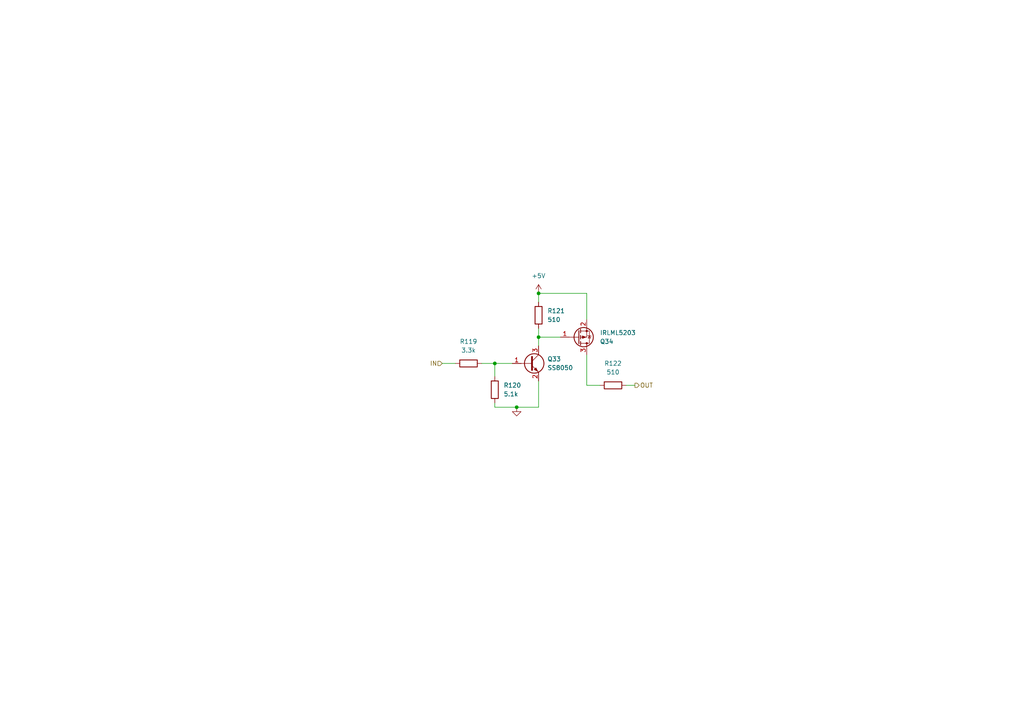
<source format=kicad_sch>
(kicad_sch (version 20250114) (generator "eeschema") (generator_version "9.0")
  (paper "A4")
  (title_block (title "Плата управления\\nшаговыми двигателями") (date "2025-08-25") (company "МГТУ им. Н.Э.Баумана") (comment 1 "БИГЕ.351101.001 Э3") (comment 2 "Филимонов С.В.") (comment 3 "Семеренко Д.А."))
  (lib_symbols
    (symbol "Device:R" (pin_numbers (hide yes)) (pin_names (offset 0))
      (property "Reference" "R" (at 2.032 0 90))
      (property "Value" "R" (at 0 0 90))
      (symbol "R_0_1"
        (rectangle (start -1.016 -2.54) (end 1.016 2.54) (stroke (width 0.254)))
      )
      (symbol "R_1_1"
        (pin passive line (at 0 3.81 270) (length 1.27) (name "~") (number "1"))
        (pin passive line (at 0 -3.81 90) (length 1.27) (name "~") (number "2"))
      )
    )
    (symbol "Transistor_BJT:SS8050" (pin_names (offset 0) (hide yes))
      (property "Reference" "Q" (at 5.08 1.905 0))
      (property "Value" "SS8050" (at 5.08 0 0))
      (symbol "SS8050_0_1"
        (polyline (pts (xy -2.54 0) (xy 0.635 0)))
        (polyline (pts (xy 0.635 1.905) (xy 0.635 -1.905)) (stroke (width 0.508)))
        (circle (center 1.27 0) (radius 2.8194) (stroke (width 0.254)))
      )
      (symbol "SS8050_1_1"
        (polyline (pts (xy 0.635 0.635) (xy 2.54 2.54)))
        (polyline (pts (xy 0.635 -0.635) (xy 2.54 -2.54)))
        (polyline (pts (xy 1.27 -1.778) (xy 1.778 -1.27) (xy 2.286 -2.286) (xy 1.27 -1.778)) (fill (type outline)))
        (pin input line (at -5.08 0 0) (length 2.54) (name "B") (number "1"))
        (pin passive line (at 2.54 5.08 270) (length 2.54) (name "C") (number "3"))
        (pin passive line (at 2.54 -5.08 90) (length 2.54) (name "E") (number "2"))
      )
    )
    (symbol "Transistor_FET:IRLML5203" (pin_names (hide yes))
      (property "Reference" "Q" (at 5.08 1.905 0))
      (property "Value" "IRLML5203" (at 5.08 0 0))
      (symbol "IRLML5203_0_1"
        (polyline (pts (xy 0.254 1.905) (xy 0.254 -1.905)) (stroke (width 0.254)))
        (polyline (pts (xy 0.254 0) (xy -2.54 0)))
        (polyline (pts (xy 0.762 2.286) (xy 0.762 1.27)) (stroke (width 0.254)))
        (polyline (pts (xy 0.762 1.778) (xy 3.302 1.778) (xy 3.302 -1.778) (xy 0.762 -1.778)))
        (polyline (pts (xy 0.762 0.508) (xy 0.762 -0.508)) (stroke (width 0.254)))
        (polyline (pts (xy 0.762 -1.27) (xy 0.762 -2.286)) (stroke (width 0.254)))
        (circle (center 1.651 0) (radius 2.794) (stroke (width 0.254)))
        (polyline (pts (xy 2.286 0) (xy 1.27 0.381) (xy 1.27 -0.381) (xy 2.286 0)) (fill (type outline)))
        (polyline (pts (xy 2.54 2.54) (xy 2.54 1.778)))
        (circle (center 2.54 1.778) (radius 0.254) (fill (type outline)))
        (circle (center 2.54 -1.778) (radius 0.254) (fill (type outline)))
        (polyline (pts (xy 2.54 -2.54) (xy 2.54 0) (xy 0.762 0)))
        (polyline (pts (xy 2.794 -0.508) (xy 2.921 -0.381) (xy 3.683 -0.381) (xy 3.81 -0.254)))
        (polyline (pts (xy 3.302 -0.381) (xy 2.921 0.254) (xy 3.683 0.254) (xy 3.302 -0.381)))
      )
      (symbol "IRLML5203_1_1"
        (pin input line (at -5.08 0 0) (length 2.54) (name "G") (number "1"))
        (pin passive line (at 2.54 5.08 270) (length 2.54) (name "D") (number "3"))
        (pin passive line (at 2.54 -5.08 90) (length 2.54) (name "S") (number "2"))
      )
    )
    (symbol "power:+5V" (power) (pin_numbers (hide yes)) (pin_names (offset 0) (hide yes))
      (property "Value" "+5V" (at 0 3.556 0))
      (symbol "+5V_0_1"
        (polyline (pts (xy -0.762 1.27) (xy 0 2.54)))
        (polyline (pts (xy 0 2.54) (xy 0.762 1.27)))
        (polyline (pts (xy 0 0) (xy 0 2.54)))
      )
      (symbol "+5V_1_1"
        (pin power_in line (at 0 0 90) (length 0) (name "~") (number "1"))
      )
    )
    (symbol "power:GND" (power) (pin_numbers (hide yes)) (pin_names (offset 0) (hide yes))
      (property "Value" "GND" (at 0 -3.81 0))
      (symbol "GND_0_1"
        (polyline (pts (xy 0 0) (xy 0 -1.27) (xy 1.27 -1.27) (xy 0 -2.54) (xy -1.27 -1.27) (xy 0 -1.27)))
      )
      (symbol "GND_1_1"
        (pin power_in line (at 0 0 270) (length 0) (name "~") (number "1"))
      )
    )
  )
  (junction (at 149.86 118.11))
  (junction (at 156.21 85.09))
  (junction (at 143.51 105.41))
  (junction (at 156.21 97.79))
  (wire (pts (xy 143.51 105.41) (xy 148.59 105.41)))
  (wire (pts (xy 156.21 118.11) (xy 156.21 110.49)))
  (wire (pts (xy 139.7 105.41) (xy 143.51 105.41)))
  (wire (pts (xy 170.18 111.76) (xy 173.99 111.76)))
  (wire (pts (xy 162.56 97.79) (xy 156.21 97.79)))
  (wire (pts (xy 156.21 97.79) (xy 156.21 100.33)))
  (wire (pts (xy 143.51 105.41) (xy 143.51 109.22)))
  (wire (pts (xy 156.21 95.25) (xy 156.21 97.79)))
  (wire (pts (xy 143.51 118.11) (xy 149.86 118.11)))
  (wire (pts (xy 149.86 118.11) (xy 156.21 118.11)))
  (wire (pts (xy 170.18 102.87) (xy 170.18 111.76)))
  (wire (pts (xy 170.18 85.09) (xy 170.18 92.71)))
  (wire (pts (xy 128.27 105.41) (xy 132.08 105.41)))
  (wire (pts (xy 156.21 87.63) (xy 156.21 85.09)))
  (wire (pts (xy 143.51 116.84) (xy 143.51 118.11)))
  (wire (pts (xy 156.21 85.09) (xy 170.18 85.09)))
  (wire (pts (xy 181.61 111.76) (xy 184.15 111.76)))
  (hierarchical_label "IN" (shape input) (at 128.27 105.41 180))
  (hierarchical_label "OUT" (shape output) (at 184.15 111.76 0))
  (symbol (lib_id "Device:R") (at 177.8 111.76 90) (unit 1)
    (property "Reference" "R23" (at 177.8 105.41 90))
    (property "Value" "510" (at 177.8 107.95 90))
    (property "Footprint" "Resistor_SMD:R_0805_2012Metric" (effects (hide yes)))
    (property "Description" "Resistor" (effects (hide yes)))
    (instances (project "Squid" (path "" (reference "R122") (unit 1)) (path "" (reference "R118") (unit 1)) (path "" (reference "R126") (unit 1)) (path "" (reference "R46") (unit 1)) (path "" (reference "R42") (unit 1)) (path "" (reference "R50") (unit 1)) (path "" (reference "R141") (unit 1)) (path "" (reference "R137") (unit 1)) (path "" (reference "R145") (unit 1)) (path "" (reference "R84") (unit 1)) (path "" (reference "R80") (unit 1)) (path "" (reference "R88") (unit 1)) (path "" (reference "R210") (unit 1)) (path "" (reference "R214") (unit 1)) (path "" (reference "R206") (unit 1)) (path "" (reference "R160") (unit 1)) (path "" (reference "R156") (unit 1)) (path "" (reference "R164") (unit 1)) (path "" (reference "R65") (unit 1)) (path "" (reference "R61") (unit 1)) (path "" (reference "R69") (unit 1)) (path "" (reference "R27") (unit 1)) (path "" (reference "R23") (unit 1)) (path "" (reference "R31") (unit 1)) (path "" (reference "R179") (unit 1)) (path "" (reference "R175") (unit 1)) (path "" (reference "R183") (unit 1)) (path "" (reference "R103") (unit 1)) (path "" (reference "R99") (unit 1)) (path "" (reference "R107") (unit 1))))
  )
  (symbol (lib_id "power:GND") (at 149.86 118.11 0) (unit 1)
    (property "Reference" "#PWR059" (effects (hide yes)))
    (property "Value" "GND" (effects (hide yes)))
    (property "Description" "Power symbol creates a global label with name \"GND\" , ground" (effects (hide yes)))
    (instances (project "Squid" (path "" (reference "#PWR0176") (unit 1)) (path "" (reference "#PWR0174") (unit 1)) (path "" (reference "#PWR0178") (unit 1)) (path "" (reference "#PWR084") (unit 1)) (path "" (reference "#PWR082") (unit 1)) (path "" (reference "#PWR086") (unit 1)) (path "" (reference "#PWR0199") (unit 1)) (path "" (reference "#PWR0197") (unit 1)) (path "" (reference "#PWR0201") (unit 1)) (path "" (reference "#PWR0130") (unit 1)) (path "" (reference "#PWR0128") (unit 1)) (path "" (reference "#PWR0132") (unit 1)) (path "" (reference "#PWR0307") (unit 1)) (path "" (reference "#PWR0309") (unit 1)) (path "" (reference "#PWR0305") (unit 1)) (path "" (reference "#PWR0222") (unit 1)) (path "" (reference "#PWR0220") (unit 1)) (path "" (reference "#PWR0224") (unit 1)) (path "" (reference "#PWR0107") (unit 1)) (path "" (reference "#PWR0105") (unit 1)) (path "" (reference "#PWR0109") (unit 1)) (path "" (reference "#PWR061") (unit 1)) (path "" (reference "#PWR059") (unit 1)) (path "" (reference "#PWR063") (unit 1)) (path "" (reference "#PWR0245") (unit 1)) (path "" (reference "#PWR0243") (unit 1)) (path "" (reference "#PWR0247") (unit 1)) (path "" (reference "#PWR0153") (unit 1)) (path "" (reference "#PWR0151") (unit 1)) (path "" (reference "#PWR0155") (unit 1))))
  )
  (symbol (lib_id "power:+5V") (at 156.21 85.09 0) (unit 1)
    (property "Reference" "#PWR060" (effects (hide yes)))
    (property "Value" "+5V" (at 156.21 80.01 0))
    (property "Description" "Power symbol creates a global label with name \"+5V\"" (effects (hide yes)))
    (instances (project "Squid" (path "" (reference "#PWR0177") (unit 1)) (path "" (reference "#PWR0175") (unit 1)) (path "" (reference "#PWR0179") (unit 1)) (path "" (reference "#PWR085") (unit 1)) (path "" (reference "#PWR083") (unit 1)) (path "" (reference "#PWR087") (unit 1)) (path "" (reference "#PWR0200") (unit 1)) (path "" (reference "#PWR0198") (unit 1)) (path "" (reference "#PWR0202") (unit 1)) (path "" (reference "#PWR0131") (unit 1)) (path "" (reference "#PWR0129") (unit 1)) (path "" (reference "#PWR0133") (unit 1)) (path "" (reference "#PWR0308") (unit 1)) (path "" (reference "#PWR0310") (unit 1)) (path "" (reference "#PWR0306") (unit 1)) (path "" (reference "#PWR0223") (unit 1)) (path "" (reference "#PWR0221") (unit 1)) (path "" (reference "#PWR0225") (unit 1)) (path "" (reference "#PWR0108") (unit 1)) (path "" (reference "#PWR0106") (unit 1)) (path "" (reference "#PWR0110") (unit 1)) (path "" (reference "#PWR062") (unit 1)) (path "" (reference "#PWR060") (unit 1)) (path "" (reference "#PWR064") (unit 1)) (path "" (reference "#PWR0246") (unit 1)) (path "" (reference "#PWR0244") (unit 1)) (path "" (reference "#PWR0248") (unit 1)) (path "" (reference "#PWR0154") (unit 1)) (path "" (reference "#PWR0152") (unit 1)) (path "" (reference "#PWR0156") (unit 1))))
  )
  (symbol (lib_id "Transistor_FET:IRLML5203") (at 167.64 97.79 0) (mirror x) (unit 1)
    (property "Reference" "Q2" (at 173.99 99.0601 0) (effects (justify left)))
    (property "Value" "IRLML5203" (at 173.99 96.5201 0) (effects (justify left)))
    (property "Footprint" "Package_TO_SOT_SMD:SOT-23" (effects (hide yes)))
    (property "Datasheet" "https://www.infineon.com/dgdl/irlml5203pbf.pdf?fileId=5546d462533600a40153566868da261d" (effects (hide yes)))
    (property "Description" "-3.0A Id, -30V Vds, 98mOhm Rds, P-Channel HEXFET Power MOSFET, SOT-23" (effects (hide yes)))
    (instances (project "Squid" (path "" (reference "Q34") (unit 1)) (path "" (reference "Q32") (unit 1)) (path "" (reference "Q36") (unit 1)) (path "" (reference "Q10") (unit 1)) (path "" (reference "Q8") (unit 1)) (path "" (reference "Q12") (unit 1)) (path "" (reference "Q40") (unit 1)) (path "" (reference "Q38") (unit 1)) (path "" (reference "Q42") (unit 1)) (path "" (reference "Q22") (unit 1)) (path "" (reference "Q20") (unit 1)) (path "" (reference "Q24") (unit 1)) (path "" (reference "Q58") (unit 1)) (path "" (reference "Q60") (unit 1)) (path "" (reference "Q56") (unit 1)) (path "" (reference "Q46") (unit 1)) (path "" (reference "Q44") (unit 1)) (path "" (reference "Q48") (unit 1)) (path "" (reference "Q16") (unit 1)) (path "" (reference "Q14") (unit 1)) (path "" (reference "Q18") (unit 1)) (path "" (reference "Q4") (unit 1)) (path "" (reference "Q2") (unit 1)) (path "" (reference "Q6") (unit 1)) (path "" (reference "Q52") (unit 1)) (path "" (reference "Q50") (unit 1)) (path "" (reference "Q54") (unit 1)) (path "" (reference "Q28") (unit 1)) (path "" (reference "Q26") (unit 1)) (path "" (reference "Q30") (unit 1))))
  )
  (symbol (lib_id "Device:R") (at 143.51 113.03 0) (unit 1)
    (property "Reference" "R21" (at 146.05 111.7599 0) (effects (justify left)))
    (property "Value" "5.1k" (at 146.05 114.2999 0) (effects (justify left)))
    (property "Footprint" "Resistor_SMD:R_0805_2012Metric" (effects (hide yes)))
    (property "Description" "Resistor" (effects (hide yes)))
    (instances (project "Squid" (path "" (reference "R120") (unit 1)) (path "" (reference "R116") (unit 1)) (path "" (reference "R124") (unit 1)) (path "" (reference "R44") (unit 1)) (path "" (reference "R40") (unit 1)) (path "" (reference "R48") (unit 1)) (path "" (reference "R139") (unit 1)) (path "" (reference "R135") (unit 1)) (path "" (reference "R143") (unit 1)) (path "" (reference "R82") (unit 1)) (path "" (reference "R78") (unit 1)) (path "" (reference "R86") (unit 1)) (path "" (reference "R208") (unit 1)) (path "" (reference "R212") (unit 1)) (path "" (reference "R204") (unit 1)) (path "" (reference "R158") (unit 1)) (path "" (reference "R154") (unit 1)) (path "" (reference "R162") (unit 1)) (path "" (reference "R63") (unit 1)) (path "" (reference "R59") (unit 1)) (path "" (reference "R67") (unit 1)) (path "" (reference "R25") (unit 1)) (path "" (reference "R21") (unit 1)) (path "" (reference "R29") (unit 1)) (path "" (reference "R177") (unit 1)) (path "" (reference "R173") (unit 1)) (path "" (reference "R181") (unit 1)) (path "" (reference "R101") (unit 1)) (path "" (reference "R97") (unit 1)) (path "" (reference "R105") (unit 1))))
  )
  (symbol (lib_id "Device:R") (at 135.89 105.41 270) (unit 1)
    (property "Reference" "R20" (at 135.89 99.06 90))
    (property "Value" "3.3k" (at 135.89 101.6 90))
    (property "Footprint" "Resistor_SMD:R_0805_2012Metric" (effects (hide yes)))
    (property "Description" "Resistor" (effects (hide yes)))
    (instances (project "Squid" (path "" (reference "R119") (unit 1)) (path "" (reference "R115") (unit 1)) (path "" (reference "R123") (unit 1)) (path "" (reference "R43") (unit 1)) (path "" (reference "R39") (unit 1)) (path "" (reference "R47") (unit 1)) (path "" (reference "R138") (unit 1)) (path "" (reference "R134") (unit 1)) (path "" (reference "R142") (unit 1)) (path "" (reference "R81") (unit 1)) (path "" (reference "R77") (unit 1)) (path "" (reference "R85") (unit 1)) (path "" (reference "R207") (unit 1)) (path "" (reference "R211") (unit 1)) (path "" (reference "R203") (unit 1)) (path "" (reference "R157") (unit 1)) (path "" (reference "R153") (unit 1)) (path "" (reference "R161") (unit 1)) (path "" (reference "R62") (unit 1)) (path "" (reference "R58") (unit 1)) (path "" (reference "R66") (unit 1)) (path "" (reference "R24") (unit 1)) (path "" (reference "R20") (unit 1)) (path "" (reference "R28") (unit 1)) (path "" (reference "R176") (unit 1)) (path "" (reference "R172") (unit 1)) (path "" (reference "R180") (unit 1)) (path "" (reference "R100") (unit 1)) (path "" (reference "R96") (unit 1)) (path "" (reference "R104") (unit 1))))
  )
  (symbol (lib_id "Device:R") (at 156.21 91.44 0) (unit 1)
    (property "Reference" "R22" (at 158.75 90.1699 0) (effects (justify left)))
    (property "Value" "510" (at 158.75 92.7099 0) (effects (justify left)))
    (property "Footprint" "Resistor_SMD:R_0805_2012Metric" (effects (hide yes)))
    (property "Description" "Resistor" (effects (hide yes)))
    (instances (project "Squid" (path "" (reference "R121") (unit 1)) (path "" (reference "R117") (unit 1)) (path "" (reference "R125") (unit 1)) (path "" (reference "R45") (unit 1)) (path "" (reference "R41") (unit 1)) (path "" (reference "R49") (unit 1)) (path "" (reference "R140") (unit 1)) (path "" (reference "R136") (unit 1)) (path "" (reference "R144") (unit 1)) (path "" (reference "R83") (unit 1)) (path "" (reference "R79") (unit 1)) (path "" (reference "R87") (unit 1)) (path "" (reference "R209") (unit 1)) (path "" (reference "R213") (unit 1)) (path "" (reference "R205") (unit 1)) (path "" (reference "R159") (unit 1)) (path "" (reference "R155") (unit 1)) (path "" (reference "R163") (unit 1)) (path "" (reference "R64") (unit 1)) (path "" (reference "R60") (unit 1)) (path "" (reference "R68") (unit 1)) (path "" (reference "R26") (unit 1)) (path "" (reference "R22") (unit 1)) (path "" (reference "R30") (unit 1)) (path "" (reference "R178") (unit 1)) (path "" (reference "R174") (unit 1)) (path "" (reference "R182") (unit 1)) (path "" (reference "R102") (unit 1)) (path "" (reference "R98") (unit 1)) (path "" (reference "R106") (unit 1))))
  )
  (symbol (lib_id "Transistor_BJT:SS8050") (at 153.67 105.41 0) (unit 1)
    (property "Reference" "Q1" (at 158.75 104.1399 0) (effects (justify left)))
    (property "Value" "SS8050" (at 158.75 106.6799 0) (effects (justify left)))
    (property "Footprint" "Package_TO_SOT_SMD:SOT-23" (effects (hide yes)))
    (property "Datasheet" "http://www.secosgmbh.com/datasheet/products/SSMPTransistor/SOT-23/SS8050.pdf" (effects (hide yes)))
    (property "Description" "General Purpose NPN Transistor, 1.5A Ic, 25V Vce, SOT-23" (effects (hide yes)))
    (instances (project "Squid" (path "" (reference "Q33") (unit 1)) (path "" (reference "Q31") (unit 1)) (path "" (reference "Q35") (unit 1)) (path "" (reference "Q9") (unit 1)) (path "" (reference "Q7") (unit 1)) (path "" (reference "Q11") (unit 1)) (path "" (reference "Q39") (unit 1)) (path "" (reference "Q37") (unit 1)) (path "" (reference "Q41") (unit 1)) (path "" (reference "Q21") (unit 1)) (path "" (reference "Q19") (unit 1)) (path "" (reference "Q23") (unit 1)) (path "" (reference "Q57") (unit 1)) (path "" (reference "Q59") (unit 1)) (path "" (reference "Q55") (unit 1)) (path "" (reference "Q45") (unit 1)) (path "" (reference "Q43") (unit 1)) (path "" (reference "Q47") (unit 1)) (path "" (reference "Q15") (unit 1)) (path "" (reference "Q13") (unit 1)) (path "" (reference "Q17") (unit 1)) (path "" (reference "Q3") (unit 1)) (path "" (reference "Q1") (unit 1)) (path "" (reference "Q5") (unit 1)) (path "" (reference "Q51") (unit 1)) (path "" (reference "Q49") (unit 1)) (path "" (reference "Q53") (unit 1)) (path "" (reference "Q27") (unit 1)) (path "" (reference "Q25") (unit 1)) (path "" (reference "Q29") (unit 1))))
  )
)
</source>
